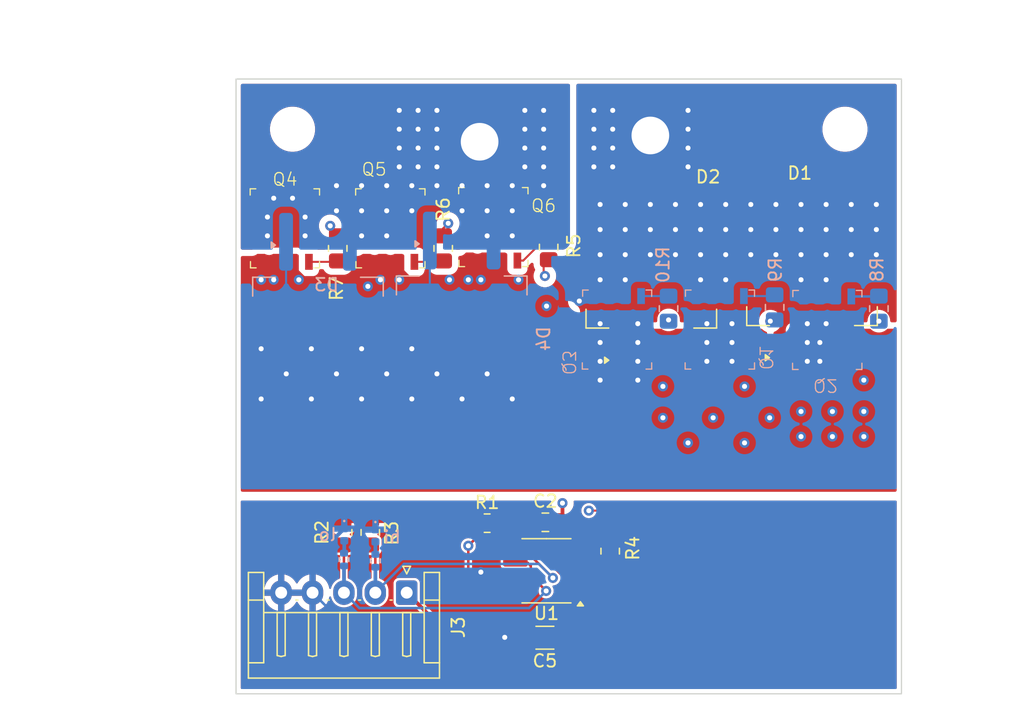
<source format=kicad_pcb>
(kicad_pcb
	(version 20240108)
	(generator "pcbnew")
	(generator_version "8.0")
	(general
		(thickness 1.6)
		(legacy_teardrops no)
	)
	(paper "A4")
	(layers
		(0 "F.Cu" signal)
		(1 "In1.Cu" signal)
		(2 "In2.Cu" signal)
		(31 "B.Cu" signal)
		(32 "B.Adhes" user "B.Adhesive")
		(33 "F.Adhes" user "F.Adhesive")
		(34 "B.Paste" user)
		(35 "F.Paste" user)
		(36 "B.SilkS" user "B.Silkscreen")
		(37 "F.SilkS" user "F.Silkscreen")
		(38 "B.Mask" user)
		(39 "F.Mask" user)
		(40 "Dwgs.User" user "User.Drawings")
		(41 "Cmts.User" user "User.Comments")
		(42 "Eco1.User" user "User.Eco1")
		(43 "Eco2.User" user "User.Eco2")
		(44 "Edge.Cuts" user)
		(45 "Margin" user)
		(46 "B.CrtYd" user "B.Courtyard")
		(47 "F.CrtYd" user "F.Courtyard")
		(48 "B.Fab" user)
		(49 "F.Fab" user)
		(50 "User.1" user)
		(51 "User.2" user)
		(52 "User.3" user)
		(53 "User.4" user)
		(54 "User.5" user)
		(55 "User.6" user)
		(56 "User.7" user)
		(57 "User.8" user)
		(58 "User.9" user)
	)
	(setup
		(stackup
			(layer "F.SilkS"
				(type "Top Silk Screen")
			)
			(layer "F.Paste"
				(type "Top Solder Paste")
			)
			(layer "F.Mask"
				(type "Top Solder Mask")
				(thickness 0.01)
			)
			(layer "F.Cu"
				(type "copper")
				(thickness 0.035)
			)
			(layer "dielectric 1"
				(type "prepreg")
				(thickness 0.1)
				(material "FR4")
				(epsilon_r 4.5)
				(loss_tangent 0.02)
			)
			(layer "In1.Cu"
				(type "copper")
				(thickness 0.035)
			)
			(layer "dielectric 2"
				(type "core")
				(thickness 1.24)
				(material "FR4")
				(epsilon_r 4.5)
				(loss_tangent 0.02)
			)
			(layer "In2.Cu"
				(type "copper")
				(thickness 0.035)
			)
			(layer "dielectric 3"
				(type "prepreg")
				(thickness 0.1)
				(material "FR4")
				(epsilon_r 4.5)
				(loss_tangent 0.02)
			)
			(layer "B.Cu"
				(type "copper")
				(thickness 0.035)
			)
			(layer "B.Mask"
				(type "Bottom Solder Mask")
				(thickness 0.01)
			)
			(layer "B.Paste"
				(type "Bottom Solder Paste")
			)
			(layer "B.SilkS"
				(type "Bottom Silk Screen")
			)
			(copper_finish "None")
			(dielectric_constraints no)
		)
		(pad_to_mask_clearance 0)
		(allow_soldermask_bridges_in_footprints no)
		(pcbplotparams
			(layerselection 0x00010fc_ffffffff)
			(plot_on_all_layers_selection 0x0000000_00000000)
			(disableapertmacros no)
			(usegerberextensions no)
			(usegerberattributes yes)
			(usegerberadvancedattributes yes)
			(creategerberjobfile yes)
			(dashed_line_dash_ratio 12.000000)
			(dashed_line_gap_ratio 3.000000)
			(svgprecision 4)
			(plotframeref no)
			(viasonmask no)
			(mode 1)
			(useauxorigin no)
			(hpglpennumber 1)
			(hpglpenspeed 20)
			(hpglpendiameter 15.000000)
			(pdf_front_fp_property_popups yes)
			(pdf_back_fp_property_popups yes)
			(dxfpolygonmode yes)
			(dxfimperialunits yes)
			(dxfusepcbnewfont yes)
			(psnegative no)
			(psa4output no)
			(plotreference yes)
			(plotvalue yes)
			(plotfptext yes)
			(plotinvisibletext no)
			(sketchpadsonfab no)
			(subtractmaskfromsilk no)
			(outputformat 1)
			(mirror no)
			(drillshape 1)
			(scaleselection 1)
			(outputdirectory "")
		)
	)
	(net 0 "")
	(net 1 "GND")
	(net 2 "/+VB")
	(net 3 "Net-(U1-HB)")
	(net 4 "/VDD_12V")
	(net 5 "/drv_hi")
	(net 6 "/drv_li")
	(net 7 "Net-(Q1-G)")
	(net 8 "Net-(Q2-G)")
	(net 9 "Net-(Q3-G)")
	(net 10 "Net-(Q4-G)")
	(net 11 "Net-(Q5-G)")
	(net 12 "Net-(Q6-G)")
	(net 13 "Net-(U1-LO)")
	(net 14 "Net-(U1-HO)")
	(net 15 "/hi")
	(net 16 "/lo")
	(net 17 "Net-(D5-A)")
	(net 18 "Net-(D6-A)")
	(footprint "footprints:pad-6mmx4mm" (layer "F.Cu") (at 144.6 125.7))
	(footprint "footprints:Diode_PowerDI5060-8" (layer "F.Cu") (at 107.8 109.9))
	(footprint "Package_TO_SOT_SMD:TO-263-2_TabPin1" (layer "F.Cu") (at 141.375 112.825 90))
	(footprint "Capacitor_SMD:C_0805_2012Metric_Pad1.18x1.45mm_HandSolder" (layer "F.Cu") (at 120.1375 133.33))
	(footprint "Package_SO:SOIC-8_3.9x4.9mm_P1.27mm" (layer "F.Cu") (at 120.225 137.195 180))
	(footprint "MountingHole:MountingHole_3.2mm_M3_ISO7380" (layer "F.Cu") (at 100 102))
	(footprint "Connector_JST:JST_EH_S5B-EH_1x05_P2.50mm_Horizontal" (layer "F.Cu") (at 109.093828 138.93806 180))
	(footprint "Resistor_SMD:R_0805_2012Metric_Pad1.20x1.40mm_HandSolder" (layer "F.Cu") (at 125.3 135.63 90))
	(footprint "Resistor_SMD:R_0805_2012Metric_Pad1.20x1.40mm_HandSolder" (layer "F.Cu") (at 112 111.5 -90))
	(footprint "Resistor_SMD:R_0805_2012Metric_Pad1.20x1.40mm_HandSolder" (layer "F.Cu") (at 120.4 111.4 90))
	(footprint "footprints:Diode_PowerDI5060-8" (layer "F.Cu") (at 99.4 109.9))
	(footprint "MountingHole:MountingHole_3.2mm_M3_ISO7380" (layer "F.Cu") (at 144 102))
	(footprint "Capacitor_SMD:C_1206_3216Metric_Pad1.33x1.80mm_HandSolder" (layer "F.Cu") (at 120.1 142.53 180))
	(footprint "Resistor_SMD:R_0805_2012Metric_Pad1.20x1.40mm_HandSolder" (layer "F.Cu") (at 103.993828 134.13806 90))
	(footprint "Resistor_SMD:R_0805_2012Metric_Pad1.20x1.40mm_HandSolder" (layer "F.Cu") (at 103.6 111.5 -90))
	(footprint "Resistor_SMD:R_0805_2012Metric_Pad1.20x1.40mm_HandSolder" (layer "F.Cu") (at 115.5 133.4))
	(footprint "footprints:Diode_PowerDI5060-8" (layer "F.Cu") (at 116.005 109.8))
	(footprint "Resistor_SMD:R_0805_2012Metric_Pad1.20x1.40mm_HandSolder" (layer "F.Cu") (at 106.193828 134.13806 90))
	(footprint "Package_TO_SOT_SMD:TO-263-2_TabPin1" (layer "F.Cu") (at 128.575 113.025 90))
	(footprint "Package_TO_SOT_SMD:TO-263-2_TabPin1" (layer "B.Cu") (at 113.475 118.525 -90))
	(footprint "Resistor_SMD:R_0805_2012Metric_Pad1.20x1.40mm_HandSolder" (layer "B.Cu") (at 146.7 116.3 90))
	(footprint "footprints:pad-6mmx4mm-TH" (layer "B.Cu") (at 128.5 102.5 -90))
	(footprint "LED_SMD:LED_0402_1005Metric" (layer "B.Cu") (at 106.6 134.4 -90))
	(footprint "Resistor_SMD:R_0402_1005Metric" (layer "B.Cu") (at 106.6 136.4 90))
	(footprint "footprints:Diode_PowerDI5060-8" (layer "B.Cu") (at 125.855 117.97))
	(footprint "LED_SMD:LED_0402_1005Metric" (layer "B.Cu") (at 104.1175 134.3175 -90))
	(footprint "Package_TO_SOT_SMD:TO-263-2_TabPin1" (layer "B.Cu") (at 102.025 118.625 -90))
	(footprint "Resistor_SMD:R_0805_2012Metric_Pad1.20x1.40mm_HandSolder" (layer "B.Cu") (at 129.95 116.3 90))
	(footprint "footprints:pad-6mmx4mm" (layer "B.Cu") (at 100.4 127.7 180))
	(footprint "Resistor_SMD:R_0805_2012Metric_Pad1.20x1.40mm_HandSolder" (layer "B.Cu") (at 138.4 116.2 90))
	(footprint "footprints:pad-6mmx4mm-TH" (layer "B.Cu") (at 114.9 103 -90))
	(footprint "Resistor_SMD:R_0402_1005Metric" (layer "B.Cu") (at 104.1 136.3 90))
	(footprint "footprints:Diode_PowerDI5060-8" (layer "B.Cu") (at 134.045 117.97))
	(footprint "footprints:Diode_PowerDI5060-8" (layer "B.Cu") (at 142.6 118))
	(gr_rect
		(start 120.5 128)
		(end 149.2 130.9)
		(stroke
			(width 0.15)
			(type solid)
		)
		(fill solid)
		(layer "B.Mask")
		(uuid "a5a7ebf7-3078-4688-95a2-6b8212302d60")
	)
	(gr_rect
		(start 94.1 124.7)
		(end 120.5 130.9)
		(stroke
			(width 0.15)
			(type solid)
		)
		(fill solid)
		(layer "B.Mask")
		(uuid "e820cd93-fb74-4d4b-a5d2-7702e92f8b12")
	)
	(gr_rect
		(start 86.4 125)
		(end 150.2 130.9)
		(stroke
			(width 0.15)
			(type solid)
		)
		(fill solid)
		(layer "F.Mask")
		(uuid "ef9f4107-ec83-4acf-8291-3f4376d7e796")
	)
	(gr_rect
		(start 95.5 98)
		(end 148.5 147)
		(stroke
			(width 0.1)
			(type default)
		)
		(fill none)
		(layer "Edge.Cuts")
		(uuid "b66bf702-33a2-4371-99f6-4192731714fb")
	)
	(gr_text "lo"
		(at 103.6 134.9 0)
		(layer "B.SilkS")
		(uuid "9cf81468-e3f9-4e0e-8e52-9e7b53c16b49")
		(effects
			(font
				(size 1 1)
				(thickness 0.15)
			)
			(justify left bottom mirror)
		)
	)
	(gr_text "hi"
		(at 108.717226 135.086274 0)
		(layer "B.SilkS")
		(uuid "bce3c33a-3387-47d5-9462-8ee75c4c9173")
		(effects
			(font
				(size 1 1)
				(thickness 0.15)
			)
			(justify left bottom mirror)
		)
	)
	(gr_text "coilgun\ncoil driver\nrev 1"
		(at 135.1 144.6 0)
		(layer "F.Mask")
		(uuid "135d7602-1230-42ac-95e2-590e4d0818ab")
		(effects
			(font
				(size 1.5 1.5)
				(thickness 0.3)
				(bold yes)
			)
			(justify left bottom)
		)
	)
	(dimension
		(type orthogonal)
		(layer "User.1")
		(uuid "41882823-fee8-4fb8-8fea-3b7a1c0c3c90")
		(pts
			(xy 148.5 98) (xy 148.5 147)
		)
		(height 6)
		(orientation 1)
		(gr_text "49.0000 mm"
			(at 153.35 122.5 90)
			(layer "User.1")
			(uuid "41882823-fee8-4fb8-8fea-3b7a1c0c3c90")
			(effects
				(font
					(size 1 1)
					(thickness 0.15)
				)
			)
		)
		(format
			(prefix "")
			(suffix "")
			(units 3)
			(units_format 1)
			(precision 4)
		)
		(style
			(thickness 0.15)
			(arrow_length 1.27)
			(text_position_mode 0)
			(extension_height 0.58642)
			(extension_offset 0.5) keep_text_aligned)
	)
	(dimension
		(type orthogonal)
		(layer "User.1")
		(uuid "d33f512e-dce0-4ab4-a8f3-6a3c7b713a2a")
		(pts
			(xy 95.5 98) (xy 148.5 98)
		)
		(height -4.3)
		(orientation 0)
		(gr_text "53.0000 mm"
			(at 122 92.55 0)
			(layer "User.1")
			(uuid "d33f512e-dce0-4ab4-a8f3-6a3c7b713a2a")
			(effects
				(font
					(size 1 1)
					(thickness 0.15)
				)
			)
		)
		(format
			(prefix "")
			(suffix "")
			(units 3)
			(units_format 1)
			(precision 4)
		)
		(style
			(thickness 0.15)
			(arrow_length 1.27)
			(text_position_mode 0)
			(extension_height 0.58642)
			(extension_offset 0.5) keep_text_aligned)
	)
	(segment
		(start 129.5 122.5)
		(end 129.29 122.5)
		(width 0.16)
		(layer "F.Cu")
		(net 1)
		(uuid "13611303-8853-4923-ba45-40618c5238d5")
	)
	(segment
		(start 98.5 113.905)
		(end 98.5 114)
		(width 0.16)
		(layer "F.Cu")
		(net 1)
		(uuid "139c7b00-ce3d-440d-aa99-cc2af31b8a97")
	)
	(segment
		(start 115.37 112.47)
		(end 115.37 113.63)
		(width 0.16)
		(layer "F.Cu")
		(net 1)
		(uuid "13c1279d-3e2c-4f2f-90a8-9296eec36c8e")
	)
	(segment
		(start 105.895 112.57)
		(end 105.895 112.9)
		(width 0.16)
		(layer "F.Cu")
		(net 1)
		(uuid "15def035-2cb7-401b-ac39-4cc80dc92b87")
	)
	(segment
		(start 116.64 116.76)
		(end 116 117.4)
		(width 0.16)
		(layer "F.Cu")
		(net 1)
		(uuid "1cc4e6d8-97d4-4b55-a158-9a87058b0e6c")
	)
	(segment
		(start 115.37 114.37)
		(end 115.37 116.77)
		(width 0.16)
		(layer "F.Cu")
		(net 1)
		(uuid "203d15ec-6b1a-4087-b144-e10081ae3ebe")
	)
	(segment
		(start 118.9774 142.0901)
		(end 118.9774 138.3774)
		(width 0.2)
		(layer "F.Cu")
		(net 1)
		(uuid "246d34ae-c70b-4a91-b303-118157f00b42")
	)
	(segment
		(start 118.9324 117.4)
		(end 120.2324 116.1)
		(width 0.16)
		(layer "F.Cu")
		(net 1)
		(uuid "24f117f4-c9d6-4313-9b95-db886a194e1a")
	)
	(segment
		(start 131.115 120.675)
		(end 129.5 122.29)
		(width 0.16)
		(layer "F.Cu")
		(net 1)
		(uuid "2512f352-459b-4419-b832-b48fdd16fdf0")
	)
	(segment
		(start 118.5375 142.53)
		(end 116.93 142.53)
		(width 0.2)
		(layer "F.Cu")
		(net 1)
		(uuid "3284b74c-30ff-4f5c-a27c-c5050039ab81")
	)
	(segment
		(start 114 114)
		(end 114.1 114.1)
		(width 0.16)
		(layer "F.Cu")
		(net 1)
		(uuid "34e900af-07e6-412f-8223-ae9b8ac5f47c")
	)
	(segment
		(start 115.37 116.77)
		(end 116 117.4)
		(width 0.16)
		(layer "F.Cu")
		(net 1)
		(uuid "377642b4-c0fb-4a50-8c0f-0e219331e271")
	)
	(segment
		(start 100.5 114)
		(end 100.5 114.305)
		(width 0.16)
		(layer "F.Cu")
		(net 1)
		(uuid "38dfe4c4-8a6a-4479-b708-1ce29ccb6af3")
	)
	(segment
		(start 112.935 117.4)
		(end 116 117.4)
		(width 0.16)
		(layer "F.Cu")
		(net 1)
		(uuid "3b3d4ebe-762a-4e18-9570-8d901f1e03f2")
	)
	(segment
		(start 103.993828 133.13806)
		(end 101.593828 135.53806)
		(width 0.3)
		(layer "F.Cu")
		(net 1)
		(uuid "3c8a4dbe-2e9a-4bbd-9c84-25f9e772de99")
	)
	(segment
		(start 114.1 114.1)
		(end 114.1 115.5)
		(width 0.16)
		(layer "F.Cu")
		(net 1)
		(uuid "3e962e4b-131b-4b41-b889-c7dacfde46aa")
	)
	(segment
		(start 108.5 114)
		(end 108.5 114.235)
		(width 0.16)
		(layer "F.Cu")
		(net 1)
		(uuid "4603197f-d68a-4bbc-b944-b9ea9ace446c")
	)
	(segment
		(start 106.995 114)
		(end 107 114)
		(width 0.16)
		(layer "F.Cu")
		(net 1)
		(uuid "4cce46ab-7add-45a2-b71a-d269ada9ff93")
	)
	(segment
		(start 101.995 117.4)
		(end 116 117.4)
		(width 0.16)
		(layer "F.Cu")
		(net 1)
		(uuid "50b63453-3534-46eb-95ef-ccec1acfcd9f")
	)
	(segment
		(start 107 114)
		(end 107 114.005)
		(width 0.16)
		(layer "F.Cu")
		(net 1)
		(uuid "568bb4b4-8a25-4c45-a32d-6db7c3b08fda")
	)
	(segment
		(start 122.155 123.555)
		(end 116 117.4)
		(width 0.16)
		(layer "F.Cu")
		(net 1)
		(uuid "5771ecc2-f720-45c1-8794-730e6644b554")
	)
	(segment
		(start 129.5 122.29)
		(end 129.5 122.5)
		(width 0.16)
		(layer "F.Cu")
		(net 1)
		(uuid "5a4d8d7b-bc9b-44de-aaa7-36fc334ce50f")
	)
	(segment
		(start 98.765 112.57)
		(end 100.195 114)
		(width 0.16)
		(layer "F.Cu")
		(net 1)
		(uuid "5e928003-0eaa-4dad-8e6e-2314cc1bc6c0")
	)
	(segment
		(start 118.9774 138.3774)
		(end 118.43 137.83)
		(width 0.2)
		(layer "F.Cu")
		(net 1)
		(uuid "5eb3ff98-cb5a-41b1-9001-eff5841d8798")
	)
	(segment
		(start 105.895 112.57)
		(end 105.895 114.42)
		(width 0.16)
		(layer "F.Cu")
		(net 1)
		(uuid "6122f052-21c3-4305-86d5-cdaca03fb520")
	)
	(segment
		(start 100.195 114)
		(end 100.5 114)
		(width 0.16)
		(layer "F.Cu")
		(net 1)
		(uuid "61dc85cf-86e6-4b2f-aaab-defcce6f015e")
	)
	(segment
		(start 115.53 137.83)
		(end 117.75 137.83)
		(width 0.2)
		(layer "F.Cu")
		(net 1)
		(uuid "6a76df19-b353-471b-98b9-11b63941d557")
	)
	(segment
		(start 143.915 120.475)
		(end 140.835 123.555)
		(width 0.16)
		(layer "F.Cu")
		(net 1)
		(uuid "6e63756b-dbaa-48f6-9853-be29b3c97c62")
	)
	(segment
		(start 108.5 114.235)
		(end 111.665 117.4)
		(width 0.16)
		(layer "F.Cu")
		(net 1)
		(uuid "6f19f77d-b104-4a68-a154-ba5fbd779b97")
	)
	(segment
		(start 108.435 112.57)
		(end 108.435 112.9)
		(width 0.16)
		(layer "F.Cu")
		(net 1)
		(uuid "706e1dab-507e-48e4-ad6f-4f3ed88d2311")
	)
	(segment
		(start 105.895 114.42)
		(end 106 114.525)
		(width 0.16)
		(layer "F.Cu")
		(net 1)
		(uuid "70893c4e-c381-462c-8dfd-7bd5de7294a8")
	)
	(segment
		(start 105.895 112.9)
		(end 106.995 114)
		(width 0.16)
		(layer "F.Cu")
		(net 1)
		(uuid "73426d1c-e380-4fac-9f11-dd2ad99c9290")
	)
	(segment
		(start 100.5 114.305)
		(end 103.595 117.4)
		(width 0.16)
		(layer "F.Cu")
		(net 1)
		(uuid "755f7832-902a-48e2-974a-c03d25e00d0b")
	)
	(segment
		(start 115.37 113.63)
		(end 115 114)
		(width 0.16)
		(layer "F.Cu")
		(net 1)
		(uuid "76724ac4-dd65-44d6-9762-1fd5cd5a4c70")
	)
	(segment
		(start 97.495 112.9)
		(end 98.5 113.905)
		(width 0.16)
		(layer "F.Cu")
		(net 1)
		(uuid "7d0ef1c3-e397-4c36-82c7-e4f3f59c6e29")
	)
	(segment
		(start 97.495 112.57)
		(end 97.495 112.9)
		(width 0.16)
		(layer "F.Cu")
		(net 1)
		(uuid "813587df-9686-42c8-a69d-3c3cc32119bc")
	)
	(segment
		(start 143.915 125.015)
		(end 144.6 125.7)
		(width 0.16)
		(layer "F.Cu")
		(net 1)
		(uuid "863e45e2-6d54-4e75-9c86-20e339718294")
	)
	(segment
		(start 100.035 112.9)
		(end 104.535 117.4)
		(width 0.16)
		(layer "F.Cu")
		(net 1)
		(uuid "88d26c11-92cc-4f19-b755-8970c76f10e0")
	)
	(segment
		(start 108.265 114)
		(end 108.5 114)
		(width 0.16)
		(layer "F.Cu")
		(net 1)
		(uuid "8beaa875-a36c-4093-8b97-588b86cf022b")
	)
	(segment
		(start 114.1 112.47)
		(end 114.1 113.9)
		(width 0.16)
		(layer "F.Cu")
		(net 1)
		(uuid "8c91c3ab-8bcd-4fb2-b702-2d300830d9fd")
	)
	(segment
		(start 116.64 112.47)
		(end 116.64 116.76)
		(width 0.16)
		(layer "F.Cu")
		(net 1)
		(uuid "8e986e76-ccf4-48b3-9685-0ce293041066")
	)
	(segment
		(start 143.915 120.475)
		(end 143.915 125.015)
		(width 0.16)
		(layer "F.Cu")
		(net 1)
		(uuid "8fb78900-d7ff-486f-936b-48ee3665ec77")
	)
	(segment
		(start 116.93 142.53)
		(end 116.9 142.5)
		(width 0.2)
		(layer "F.Cu")
		(net 1)
		(uuid "909b32f3-94b5-4111-908c-0e9604704552")
	)
	(segment
		(start 114.1 115.5)
		(end 116 117.4)
		(width 0.16)
		(layer "F.Cu")
		(net 1)
		(uuid "9170eac1-a41e-47ca-8c7c-4f3f0c29331c")
	)
	(segment
		(start 116.5 133.4)
		(end 116.5 135.8)
		(width 0.2)
		(layer "F.Cu")
		(net 1)
		(uuid "94b7d700-0ea3-4c90-a409-892235c9e649")
	)
	(segment
		(start 116.5 135.8)
		(end 115 137.3)
		(width 0.2)
		(layer "F.Cu")
		(net 1)
		(uuid "975c7699-d163-4341-9bec-e1a9c15570c6")
	)
	(segment
		(start 106.193828 133.13806)
		(end 103.993828 133.13806)
		(width 0.3)
		(layer "F.Cu")
		(net 1)
		(uuid "99216b57-f086-46b9-a909-0779df5c0baa")
	)
	(segment
		(start 118.5375 142.53)
		(end 118.9774 142.0901)
		(width 0.2)
		(layer "F.Cu")
		(net 1)
		(uuid "9bcb6b36-253f-4afa-be71-053a3f653ea2")
	)
	(segment
		(start 107 114.005)
		(end 110.395 117.4)
		(width 0.16)
		(layer "F.Cu")
		(net 1)
		(uuid "a01ca6b3-74ba-436d-a968-13c55f0d2f0e")
	)
	(segment
		(start 108.435 112.9)
		(end 112.935 117.4)
		(width 0.16)
		(layer "F.Cu")
		(net 1)
		(uuid "aa66413c-0587-49d0-a7fe-c85851e28797")
	)
	(segment
		(start 98.595 114)
		(end 101.995 117.4)
		(width 0.16)
		(layer "F.Cu")
		(net 1)
		(uuid "ae659f7f-ab3a-4f7f-b14c-331320e6344c")
	)
	(segment
		(start 129.29 122.5)
		(end 128.235 123.555)
		(width 0.16)
		(layer "F.Cu")
		(net 1)
		(uuid "afcdd357-1c52-4e0f-bafa-c736ab75ea6f")
	)
	(segment
		(start 103.595 117.4)
		(end 116 117.4)
		(width 0.16)
		(layer "F.Cu")
		(net 1)
		(uuid "b0b0d7b7-1db8-40e4-a6e6-1d04f31b6886")
	)
	(segment
		(start 104.535 117.4)
		(end 116 117.4)
		(width 0.16)
		(layer "F.Cu")
		(net 1)
		(uuid "b0ce6156-ad76-4c0a-ad7c-e5beb641b17b")
	)
	(segment
		(start 107.165 112.57)
		(end 107.165 112.9)
		(width 0.16)
		(layer "F.Cu")
		(net 1)
		(uuid "b195ed35-95b1-4221-99f6-01214558f3a7")
	)
	(segment
		(start 111.665 117.4)
		(end 116 117.4)
		(width 0.16)
		(layer "F.Cu")
		(net 1)
		(uuid "b5949514-e976-483c-bdc0-a096f768601f")
	)
	(segment
		(start 101.593828 135.53806)
		(end 101.593828 138.93806)
		(width 0.3)
		(layer "F.Cu")
		(net 1)
		(uuid "b92770f4-0b0b-4f37-b0d5-f74efa40c0d2")
	)
	(segment
		(start 100.035 112.57)
		(end 100.035 112.9)
		(width 0.16)
		(layer "F.Cu")
		(net 1)
		(uuid "ba00cd6c-778c-48a2-89df-b60ee03d01a3")
	)
	(segment
		(start 140.835 123.555)
		(end 122.155 123.555)
		(width 0.16)
		(layer "F.Cu")
		(net 1)
		(uuid "cc45d032-9b24-48c0-9862-4f837fc01d9a")
	)
	(segment
		(start 115 137.3)
		(end 115.53 137.83)
		(width 0.2)
		(layer "F.Cu")
		(net 1)
		(uuid "cef1e5a0-8788-4a07-b177-fa9955744616")
	)
	(segment
		(start 107.165 112.9)
		(end 108.265 114)
		(width 0.16)
		(layer "F.Cu")
		(net 1)
		(uuid "d2e2a268-2d05-42fe-a345-3c97a0ea139f")
	)
	(segment
		(start 110.395 117.4)
		(end 116 117.4)
		(width 0.16)
		(layer "F.Cu")
		(net 1)
		(uuid "d8a547d1-6217-47f5-a91b-99aeebb0a10d")
	)
	(segment
		(start 98.5 114)
		(end 98.595 114)
		(width 0.16)
		(layer "F.Cu")
		(net 1)
		(uuid "e48afb58-2d60-4f9e-8d80-2439228a3272")
	)
	(segment
		(start 115 114)
		(end 115.37 114.37)
		(width 0.16)
		(layer "F.Cu")
		(net 1)
		(uuid "e958ccbc-01d3-4476-b9d3-6cf4148300b4")
	)
	(segment
		(start 128.235 123.555)
		(end 122.155 123.555)
		(width 0.16)
		(layer "F.Cu")
		(net 1)
		(uuid "f7c52321-3ca4-4620-9eec-ea47d9402647")
	)
	(segment
		(start 116 117.4)
		(end 118.9324 117.4)
		(width 0.16)
		(layer "F.Cu")
		(net 1)
		(uuid "f8545c32-c02a-453c-9f6b-3dcd1ce55ee7")
	)
	(segment
		(start 118.43 137.83)
		(end 117.75 137.83)
		(width 0.2)
		(layer "F.Cu")
		(net 1)
		(uuid "fa0659bb-3a2e-4037-80f9-b269d906eecd")
	)
	(segment
		(start 114.1 113.9)
		(end 114 114)
		(width 0.16)
		(layer "F.Cu")
		(net 1)
		(uuid "ff91d05d-6d9c-425e-880c-a8b8f455702b")
	)
	(via
		(at 120.2324 116.1)
		(size 0.8)
		(drill 0.4)
		(layers "F.Cu" "B.Cu")
		(net 1)
		(uuid "0605b371-ef7b-491f-9100-6b7b1a86910a")
	)
	(via
		(at 140.5 126.5)
		(size 0.8)
		(drill 0.4)
		(layers "F.Cu" "B.Cu")
		(free yes)
		(net 1)
		(uuid "0f9cad01-5d27-4bda-974c-5450de336517")
	)
	(via
		(at 140.5 124.5)
		(size 0.8)
		(drill 0.4)
		(layers "F.Cu" "B.Cu")
		(free yes)
		(net 1)
		(uuid "14987615-ae53-4b01-bc2c-c59799d15c8b")
	)
	(via
		(at 115 137.3)
		(size 0.8)
		(drill 0.4)
		(layers "F.Cu" "B.Cu")
		(net 1)
		(uuid "1559b177-fd3d-45a1-a75c-8bbe61609aa6")
	)
	(via
		(at 115 114)
		(size 0.8)
		(drill 0.4)
		(layers "F.Cu" "B.Cu")
		(net 1)
		(uuid "15fc7ed9-11d1-4356-ac07-f693f106fc1c")
	)
	(via
		(at 129.5 122.5)
		(size 0.8)
		(drill 0.4)
		(layers "F.Cu" "B.Cu")
		(net 1)
		(uuid "1dfeee57-697d-4b94-8142-167185126454")
	)
	(via
		(at 97.5 114)
		(size 0.8)
		(drill 0.4)
		(layers "F.Cu" "B.Cu")
		(free yes)
		(net 1)
		(uuid "22de5fc5-60ec-403b-8eba-7d175b0d1be9")
	)
	(via
		(at 114 114)
		(size 0.8)
		(drill 0.4)
		(layers "F.Cu" "B.Cu")
		(net 1)
		(uuid "4745a652-bdfe-4e5f-a1c6-6150de964973")
	)
	(via
		(at 145.5 126.5)
		(size 0.8)
		(drill 0.4)
		(layers "F.Cu" "B.Cu")
		(net 1)
		(uuid "479182e9-d3a3-4dc1-852a-e4234877763f")
	)
	(via
		(at 100.5 114)
		(size 0.8)
		(drill 0.4)
		(layers "F.Cu" "B.Cu")
		(net 1)
		(uuid "57dd1f35-ae49-40ba-85ef-5a5f81013262")
	)
	(via
		(at 116.9 142.5)
		(size 0.8)
		(drill 0.4)
		(layers "F.Cu" "B.Cu")
		(net 1)
		(uuid "6461a083-5d8e-43f1-898d-0f3f5de170f7")
	)
	(via
		(at 118 114)
		(size 0.8)
		(drill 0.4)
		(layers "F.Cu" "B.Cu")
		(free yes)
		(net 1)
		(uuid "71b6dbc1-0dc1-424e-a249-36026089a56a")
	)
	(via
		(at 138 125)
		(size 0.8)
		(drill 0.4)
		(layers "F.Cu" "B.Cu")
		(free yes)
		(net 1)
		(uuid "83602e6a-2e15-4d71-9fff-c0aedca55b5b")
	)
	(via
		(at 145.5 124.5)
		(size 0.8)
		(drill 0.4)
		(layers "F.Cu" "B.Cu")
		(net 1)
		(uuid "83e34d25-c12c-4d1b-81f1-783d1c154acc")
	)
	(via
		(at 143 126.5)
		(size 0.8)
		(drill 0.4)
		(layers "F.Cu" "B.Cu")
		(net 1)
		(uuid "95f192dc-3b02-4610-8aaf-6a9e1f628210")
	)
	(via
		(at 112.5 114)
		(size 0.8)
		(drill 0.4)
		(layers "F.Cu" "B.Cu")
		(free yes)
		(net 1)
		(uuid "97ca2e7f-eb0d-4bf9-8b79-c1a76bbff277")
	)
	(via
		(at 145.5 122)
		(size 0.8)
		(drill 0.4)
		(layers "F.Cu" "B.Cu")
		(free yes)
		(net 1)
		(uuid "9a03173c-f6fe-452d-88c6-0354da410740")
	)
	(via
		(at 136 122.5)
		(size 0.8)
		(drill 0.4)
		(layers "F.Cu" "B.Cu")
		(free yes)
		(net 1)
		(uuid "a0a23fd4-6e71-4cac-8405-f0479db6fb52")
	)
	(via
		(at 107 114)
		(size 0.8)
		(drill 0.4)
		(layers "F.Cu" "B.Cu")
		(net 1)
		(uuid "a6c7ebe8-0e9e-48d6-8173-31a6f0c0c0e0")
	)
	(via
		(at 129.5 125)
		(size 0.8)
		(drill 0.4)
		(layers "F.Cu" "B.Cu")
		(free yes)
		(net 1)
		(uuid "b20667af-efbf-4019-b669-c6322d60f8c8")
	)
	(via
		(at 143 124.5)
		(size 0.8)
		(drill 0.4)
		(layers "F.Cu" "B.Cu")
		(net 1)
		(uuid "c10c9828-32fe-464f-bf96-4f234f1629fe")
	)
	(via
		(at 131.5 127)
		(size 0.8)
		(drill 0.4)
		(layers "F.Cu" "B.Cu")
		(free yes)
		(net 1)
		(uuid "d678d701-aaf9-4d52-b642-b96896d43dd1")
	)
	(via
		(at 98.5 114)
		(size 0.8)
		(drill 0.4)
		(layers "F.Cu" "B.Cu")
		(net 1)
		(uuid "d89ddbbd-dfcf-4c6c-964f-163eff8e7443")
	)
	(via
		(at 108.5 114)
		(size 0.8)
		(drill 0.4)
		(layers "F.Cu" "B.Cu")
		(net 1)
		(uuid "de0291e2-5737-4ae3-b05b-c64dd0100296")
	)
	(via
		(at 133.5 125)
		(size 0.8)
		(drill 0.4)
		(layers "F.Cu" "B.Cu")
		(free yes)
		(net 1)
		(uuid "f11d0365-a67c-4a71-a7c7-a2d5773999c3")
	)
	(via
		(at 136 127)
		(size 0.8)
		(drill 0.4)
		(layers "F.Cu" "B.Cu")
		(free yes)
		(net 1)
		(uuid "f75b20ca-c2c5-455f-8345-6236bfd61106")
	)
	(via
		(at 106 114.525)
		(size 0.8)
		(drill 0.4)
		(layers "F.Cu" "B.Cu")
		(net 1)
		(uuid "fc8983e2-311e-422f-9264-721fc8f53c67")
	)
	(segment
		(start 120.136677 121.400019)
		(end 120.136677 116.195723)
		(width 0.16)
		(layer "In1.Cu")
		(net 1)
		(uuid "1802ee12-e687-4710-890b-7e9835323c10")
	)
	(segment
		(start 120.136677 116.195723)
		(end 120.2324 116.1)
		(width 0.16)
		(layer "In1.Cu")
		(net 1)
		(uuid "1fe72175-0c17-460d-9719-a77aebbcc618")
	)
	(segment
		(start 115 134.5)
		(end 115 137.3)
		(width 0.2)
		(layer "In1.Cu")
		(net 1)
		(uuid "2a2340fa-9050-4f32-8992-ad0bd9dda0a2")
	)
	(segment
		(start 115.5 134)
		(end 115 134.5)
		(width 0.2)
		(layer "In1.Cu")
		(net 1)
		(uuid "56eb2110-949e-44db-8c71-2d2872a4d617")
	)
	(segment
		(start 120.136677 129.363323)
		(end 115.5 134)
		(width 0.2)
		(layer "In1.Cu")
		(net 1)
		(uuid "9eb79e3a-3ed7-4ac6-a75a-33e398f81505")
	)
	(segment
		(start 120.136677 121.400019)
		(end 120.136677 129.363323)
		(width 0.2)
		(layer "In1.Cu")
		(net 1)
		(uuid "c3601bc8-02b1-4d40-9636-3d1d03f4f6a4")
	)
	(segment
		(start 105.155768 142.5)
		(end 101.593828 138.93806)
		(width 0.2)
		(layer "B.Cu")
		(net 1)
		(uuid "081a1a2f-d450-4b8a-8f19-56a38d97d333")
	)
	(segment
		(start 106.6 133.915)
		(end 104.2 133.915)
		(width 0.3)
		(layer "B.Cu")
		(net 1)
		(uuid "2521a7dd-e82d-4833-8117-5374481dd34f")
	)
	(segment
		(start 104.1175 133.8325)
		(end 101.593828 136.356172)
		(width 0.3)
		(layer "B.Cu")
		(net 1)
		(uuid "4c62c6db-ea4b-41e1-a24b-b46f8d20325b")
	)
	(segment
		(start 104.2 133.915)
		(end 104.1175 133.8325)
		(width 0.3)
		(layer "B.Cu")
		(net 1)
		(uuid "a2b6f388-7f2a-4a8a-b8d5-3c1091b1064e")
	)
	(segment
		(start 116.9 142.5)
		(end 105.155768 142.5)
		(width 0.2)
		(layer "B.Cu")
		(net 1)
		(uuid "b6cc644a-f653-4394-84d1-b583da89cf3d")
	)
	(segment
		(start 101.593828 136.356172)
		(end 101.593828 138.93806)
		(width 0.3)
		(layer "B.Cu")
		(net 1)
		(uuid "ed616b27-750b-4d52-9ed2-3b14975712a9")
	)
	(via
		(at 124.5 117.5)
		(size 0.8)
		(drill 0.4)
		(layers "F.Cu" "B.Cu")
		(net 2)
		(uuid "04162a65-8a9b-4938-9c9d-a400a2434728")
	)
	(via
		(at 141 117.5)
		(size 0.8)
		(drill 0.4)
		(layers "F.Cu" "B.Cu")
		(net 2)
		(uuid "09c2c468-ab9d-4e76-a96b-0b44b9f2680d")
	)
	(via
		(at 111.5 121.5)
		(size 0.8)
		(drill 0.4)
		(layers "F.Cu" "B.Cu")
		(net 2)
		(uuid "0f39c68c-8225-4d2b-a9ca-c0913f7363fc")
	)
	(via
		(at 142 119)
		(size 0.8)
		(drill 0.4)
		(layers "F.Cu" "B.Cu")
		(net 2)
		(uuid "1651978d-4077-4660-bb32-2146f9810569")
	)
	(via
		(at 101.5 119.5)
		(size 0.8)
		(drill 0.4)
		(layers "F.Cu" "B.Cu")
		(net 2)
		(uuid "1cae8d0a-8615-4b44-a56f-c41f2ff55c27")
	)
	(via
		(at 142 120.5)
		(size 0.8)
		(drill 0.4)
		(layers "F.Cu" "B.Cu")
		(net 2)
		(uuid "22203710-66fa-4f31-a031-c6aa5683b84a")
	)
	(via
		(at 117.5 123.5)
		(size 0.8)
		(drill 0.4)
		(layers "F.Cu" "B.Cu")
		(net 2)
		(uuid "2c018332-e713-426a-ac8b-d34e43b3e785")
	)
	(via
		(at 124.5 122)
		(size 0.8)
		(drill 0.4)
		(layers "F.Cu" "B.Cu")
		(net 2)
		(uuid "3650a4cf-89ca-4a51-9efc-67fda9ef693c")
	)
	(via
		(at 109.5 119.5)
		(size 0.8)
		(drill 0.4)
		(layers "F.Cu" "B.Cu")
		(net 2)
		(uuid "3f7cefe3-9d72-4661-adfc-ef8dc90ed8c3")
	)
	(via
		(at 141 119)
		(size 0.8)
		(drill 0.4)
		(layers "F.Cu" "B.Cu")
		(net 2)
		(uuid "3fc04174-a99c-4cea-a444-855d6098e191")
	)
	(via
		(at 133 120.5)
		(size 0.8)
		(drill 0.4)
		(layers "F.Cu" "B.Cu")
		(net 2)
		(uuid "483d8f8b-3e52-4886-aac6-093941202bf2")
	)
	(via
		(at 113.5 123.5)
		(size 0.8)
		(drill 0.4)
		(layers "F.Cu" "B.Cu")
		(net 2)
		(uuid "5b1358d2-0ebc-47a6-8173-b85e24ad0cd2")
	)
	(via
		(at 109.5 123.5)
		(size 0.8)
		(drill 0.4)
		(layers "F.Cu" "B.Cu")
		(net 2)
		(uuid "6379a3df-fc21-4057-92bb-aa6bc3ae0a4b")
	)
	(via
		(at 127.5 117.5)
		(size 0.8)
		(drill 0.4)
		(layers "F.Cu" "B.Cu")
		(net 2)
		(uuid "63a62293-f9b6-4e67-ab0a-836f7dd331f9")
	)
	(via
		(at 133 119)
		(size 0.8)
		(drill 0.4)
		(layers "F.Cu" "B.Cu")
		(net 2)
		(uuid "69d0f696-0367-4f91-8e97-1363a7daf20f")
	)
	(via
		(at 124.5 119)
		(size 0.8)
		(drill 0.4)
		(layers "F.Cu" "B.Cu")
		(net 2)
		(uuid "71876efe-2929-4bbc-9885-d337e3480c66")
	)
	(via
		(at 105.5 119.5)
		(size 0.8)
		(drill 0.4)
		(layers "F.Cu" "B.Cu")
		(net 2)
		(uuid "7b586c99-f047-41a6-b75a-5a174eb49dc0")
	)
	(via
		(at 99.5 121.5)
		(size 0.8)
		(drill 0.4)
		(layers "F.Cu" "B.Cu")
		(net 2)
		(uuid "7b59b4e9-371c-418a-9a37-183b546a914a")
	)
	(via
		(at 107.5 121.5)
		(size 0.8)
		(drill 0.4)
		(layers "F.Cu" "B.Cu")
		(free yes)
		(net 2)
		(uuid "8ec2183e-212f-45b0-82dc-6295558a4c92")
	)
	(via
		(at 141 120.5)
		(size 0.8)
		(drill 0.4)
		(layers "F.Cu" "B.Cu")
		(net 2)
		(uuid "96e72ca5-d2e3-4fbf-bd5e-3c255624477d")
	)
	(via
		(at 105.5 123.5)
		(size 0.8)
		(drill 0.4)
		(layers "F.Cu" "B.Cu")
		(net 2)
		(uuid "9b6f9c53-7479-4759-9f37-5f836a916b10")
	)
	(via
		(at 135 117.5)
		(size 0.8)
		(drill 0.4)
		(layers "F.Cu" "B.Cu")
		(net 2)
		(uuid "a3015784-44a4-4d53-a272-77d872e0293f")
	)
	(via
		(at 133 117.5)
		(size 0.8)
		(drill 0.4)
		(layers "F.Cu" "B.Cu")
		(net 2)
		(uuid "b6521497-b701-4c2d-8e0d-cb941715e343")
	)
	(via
		(at 101.5 123.5)
		(size 0.8)
		(drill 0.4)
		(layers "F.Cu" "B.Cu")
		(net 2)
		(uuid "ba76730a-17f2-49dd-ac4b-6d5c20d47fc2")
	)
	(via
		(at 124.5 120.5)
		(size 0.8)
		(drill 0.4)
		(layers "F.Cu" "B.Cu")
		(net 2)
		(uuid "bb48d2bd-dbbd-472d-ace8-27b11ef091cc")
	)
	(via
		(at 127.5 120.5)
		(size 0.8)
		(drill 0.4)
		(layers "F.Cu" "B.Cu")
		(net 2)
		(uuid "be45c595-0602-4734-b954-dded48db9f5b")
	)
	(via
		(at 127.5 119)
		(size 0.8)
		(drill 0.4)
		(layers "F.Cu" "B.Cu")
		(net 2)
		(uuid "c1b1e7cd-6c31-4cb0-bb1e-84c51846a1c2")
	)
	(via
		(at 142.5 117.5)
		(size 0.8)
		(drill 0.4)
		(layers "F.Cu" "B.Cu")
		(net 2)
		(uuid "c50fe500-3a3d-41b2-a202-6e229c483735")
	)
	(via
		(at 135 120.5)
		(size 0.8)
		(drill 0.4)
		(layers "F.Cu" "B.Cu")
		(net 2)
		(uuid "c7a005cc-8fa6-4c25-82bc-534d3b94b9c0")
	)
	(via
		(at 135 119)
		(size 0.8)
		(drill 0.4)
		(layers "F.Cu" "B.Cu")
		(net 2)
		(uuid "d0051b8b-924c-4bd9-a4ba-cf2936abfb5b")
	)
	(via
		(at 127.5 122)
		(size 0.8)
		(drill 0.4)
		(layers "F.Cu" "B.Cu")
		(net 2)
		(uuid "d083ba9f-a0c2-4bae-a5d9-715d44426fd2")
	)
	(via
		(at 97.5 123.5)
		(size 0.8)
		(drill 0.4)
		(layers "F.Cu" "B.Cu")
		(net 2)
		(uuid "df53e3c8-74c7-4d3b-bbd2-5f0747c970fc")
	)
	(via
		(at 115.5 121.5)
		(size 0.8)
		(drill 0.4)
		(layers "F.Cu" "B.Cu")
		(net 2)
		(uuid "e6f7cfd5-942d-4142-a348-493e5dcda71c")
	)
	(via
		(at 103.5 121.5)
		(size 0.8)
		(drill 0.4)
		(layers "F.Cu" "B.Cu")
		(net 2)
		(uuid "f4527b96-6518-4f6b-b87d-a9921794bdef")
	)
	(via
		(at 97.5 119.5)
		(size 0.8)
		(drill 0.4)
		(layers "F.Cu" "B.Cu")
		(net 2)
		(uuid "f68147f2-8722-4246-91f5-9d6c9a3846a2")
	)
	(segment
		(start 110.935 110.875)
		(end 110.935 117.485)
		(width 0.16)
		(layer "B.Cu")
		(net 2)
		(uuid "0a423494-2430-4766-886f-1a51a7c8a7c9")
	)
	(segment
		(start 141.015 119)
		(end 141 119)
		(width 0.16)
		(layer "B.Cu")
		(net 2)
		(uuid "0ad9d764-f171-42d3-a94d-463e6b52f805")
	)
	(segment
		(start 101.4 119.5)
		(end 101.5 119.5)
		(width 0.16)
		(layer "B.Cu")
		(net 2)
		(uuid "124b7d56-928b-4271-9249-b70a44099589")
	)
	(segment
		(start 112 121.5)
		(end 111.5 121.5)
		(width 0.16)
		(layer "B.Cu")
		(net 2)
		(uuid "13223367-ae76-4894-be32-cf09f2863e01")
	)
	(segment
		(start 136.015 124)
		(end 125.45 124)
		(width 0.16)
		(layer "B.Cu")
		(net 2)
		(uuid "19ffca9c-059f-4464-ae70-dc11f79fff10")
	)
	(segment
		(start 99.485 110.975)
		(end 99.485 117.585)
		(width 0.16)
		(layer "B.Cu")
		(net 2)
		(uuid "27e187aa-5a5c-4284-8617-57b3a07d41a0")
	)
	(segment
		(start 101.5 119.5)
		(end 101.5 119.6)
		(width 0.16)
		(layer "B.Cu")
		(net 2)
		(uuid "3494fcf7-3540-43a8-b828-607ca416dafa")
	)
	(segment
		(start 127.5 122)
		(end 127.45 122)
		(width 0.16)
		(layer "B.Cu")
		(net 2)
		(uuid "3a0fa435-8387-4ea8-b1e8-1c7be06823b6")
	)
	(segment
		(start 104.4 124)
		(end 99 129.4)
		(width 0.16)
		(layer "B.Cu")
		(net 2)
		(uuid "41aed241-2f85-44f1-be48-78b7a185ac06")
	)
	(segment
		(start 102.025 121.475)
		(end 102 121.5)
		(width 0.16)
		(layer "B.Cu")
		(net 2)
		(uuid "47aa734f-ae3b-40a9-9eb2-6bfd2708941b")
	)
	(segment
		(start 125.855 117.97)
		(end 125.45 118.375)
		(width 0.16)
		(layer "B.Cu")
		(net 2)
		(uuid "48412d6c-fd8e-4718-aa4c-563ed7e052e9")
	)
	(segment
		(start 133 117.5)
		(end 131.48 117.97)
		(width 0.16)
		(layer "B.Cu")
		(net 2)
		(uuid "501dd3b5-4765-42f4-a29d-818eedff87a2")
	)
	(segment
		(start 131.48 117.97)
		(end 127.5 121.95)
		(width 0.16)
		(layer "B.Cu")
		(net 2)
		(uuid "5528c1fc-ac30-4f71-8bb6-91cfae28a03c")
	)
	(segment
		(start 141 119)
		(end 141 119.015)
		(width 0.16)
		(layer "B.Cu")
		(net 2)
		(uuid "57ba9433-ddce-46f5-b415-ba70c59253f1")
	)
	(segment
		(start 113.475 120.025)
		(end 112 121.5)
		(width 0.16)
		(layer "B.Cu")
		(net 2)
		(uuid "59b8c78e-be2c-4dfb-8d5f-6ac5fede0c0e")
	)
	(segment
		(start 141 119.015)
		(end 136.015 124)
		(width 0.16)
		(layer "B.Cu")
		(net 2)
		(uuid "5cabf597-0638-4e9b-862f-f7cec49e7749")
	)
	(segment
		(start 102.025 120.125)
		(end 102.025 121.475)
		(width 0.16)
		(layer "B.Cu")
		(net 2)
		(uuid "5ddebc6e-b992-412d-9774-504b7c310b15")
	)
	(segment
		(start 142.045 117.97)
		(end 141.015 119)
		(width 0.16)
		(layer "B.Cu")
		(net 2)
		(uuid "608130fe-c465-450a-9764-f414c7c218a8")
	)
	(segment
		(start 109.5 123.5)
		(end 109.5 124)
		(width 0.16)
		(layer "B.Cu")
		(net 2)
		(uuid "640dabc3-3c35-447b-8fb2-0f30849b50a6")
	)
	(segment
		(start 125.45 118.375)
		(end 125.45 124)
		(width 0.16)
		(layer "B.Cu")
		(net 2)
		(uuid "69810aa2-4c97-4e25-8db3-5c208b33b33c")
	)
	(segment
		(start 134 117.5)
		(end 133 117.5)
		(width 0.16)
		(layer "B.Cu")
		(net 2)
		(uuid "6eaf7221-a730-43d5-b00b-598731bbd446")
	)
	(segment
		(start 127.5 121.95)
		(end 127.5 122)
		(width 0.16)
		(layer "B.Cu")
		(net 2)
		(uuid "75b4c926-60c6-41c7-9aa8-c0fe3704011e")
	)
	(segment
		(start 102.025 121.525)
		(end 102.025 126.375)
		(width 0.16)
		(layer "B.Cu")
		(net 2)
		(uuid "8b35fc06-5369-4754-95bc-9ed7aec30979")
	)
	(segment
		(start 111.5 121.5)
		(end 111.5 122)
		(width 0.16)
		(layer "B.Cu")
		(net 2)
		(uuid "8f5482de-3082-419a-a7e5-1d8e68d04a87")
	)
	(segment
		(start 125.45 124)
		(end 104.4 124)
		(width 0.16)
		(layer "B.Cu")
		(net 2)
		(uuid "98bbc1ba-6ed2-423b-bc3c-8ff321abd1a3")
	)
	(segment
		(start 101.5 119.6)
		(end 102.025 120.125)
		(width 0.16)
		(layer "B.Cu")
		(net 2)
		(uuid "a63a5144-d8f9-4339-a45c-ed2f3ebe4ad3")
	)
	(segment
		(start 102.025 126.375)
		(end 99 129.4)
		(width 0.16)
		(layer "B.Cu")
		(net 2)
		(uuid "b1de3a3b-f9b2-4d67-8d4d-35d578e72a5b")
	)
	(segment
		(start 104.1 129.4)
		(end 99 129.4)
		(width 0.16)
		(layer "B.Cu")
		(net 2)
		(uuid "beb81d99-4088-44f3-9a28-589174f24e0c")
	)
	(segment
		(start 110 123.5)
		(end 109.5 123.5)
		(width 0.16)
		(layer "B.Cu")
		(net 2)
		(uuid "bf84c718-2189-400c-b2a9-3244b83a7522")
	)
	(segment
		(start 109.5 124)
		(end 104.1 129.4)
		(width 0.16)
		(layer "B.Cu")
		(net 2)
		(uuid "d1f8d864-8fb2-4318-9711-eff8258f376d")
	)
	(segment
		(start 111.5 122)
		(end 110 123.5)
		(width 0.16)
		(layer "B.Cu")
		(net 2)
		(uuid "dd2670f3-def3-450c-8cca-8d6cd32109d5")
	)
	(segment
		(start 110.935 117.485)
		(end 113.475 120.025)
		(width 0.16)
		(layer "B.Cu")
		(net 2)
		(uuid "e4a795aa-73fb-43c4-9f3f-e19c72332c40")
	)
	(segment
		(start 134.045 117.97)
		(end 134 117.5)
		(width 0.16)
		(layer "B.Cu")
		(net 2)
		(uuid "e57b7ad5-1aa9-499d-9894-5a6924c2b561")
	)
	(segment
		(start 102 121.5)
		(end 102.025 121.525)
		(width 0.16)
		(layer "B.Cu")
		(net 2)
		(uuid "e582033a-b32d-43b8-b17e-d5eaf5f673a6")
	)
	(segment
		(start 127.45 122)
		(end 125.45 124)
		(width 0.16)
		(layer "B.Cu")
		(net 2)
		(uuid "e7878c4f-74ab-4469-aaa1-cf912865343b")
	)
	(segment
		(start 99.485 117.585)
		(end 101.4 119.5)
		(width 0.16)
		(layer "B.Cu")
		(net 2)
		(uuid "f8f3c12e-67cc-4648-ab6f-8b8da825babb")
	)
	(segment
		(start 121.725001 137.83)
		(end 122.7 137.83)
		(width 0.2)
		(layer "F.Cu")
		(net 3)
		(uuid "06616e17-792d-44d7-85c6-fe8665af6051")
	)
	(segment
		(start 119.1 135.204999)
		(end 121.725001 137.83)
		(width 0.2)
		(layer "F.Cu")
		(net 3)
		(uuid "0ac3fb1c-600a-4351-aa5f-6353d4f05846")
	)
	(segment
		(start 119.1 133.33)
		(end 119.1 135.204999)
		(width 0.2)
		(layer "F.Cu")
		(net 3)
		(uuid "d5d79aea-5199-4833-bac7-df1fa6903726")
	)
	(segment
		(start 121.6625 142.53)
		(end 121.6625 140.1375)
		(width 0.2)
		(layer "F.Cu")
		(net 4)
		(uuid "17f179d4-8a52-4120-a663-6d070ed023ea")
	)
	(segment
		(start 109.093828 138.93806)
		(end 113.888168 143.7324)
		(width 0.3)
		(layer "F.Cu")
		(net 4)
		(uuid "449ed9b1-df40-4424-8292-78df86d59617")
	)
	(segment
		(start 121.6625 140.1375)
		(end 122.7 139.1)
		(width 0.2)
		(layer "F.Cu")
		(net 4)
		(uuid "483698e8-5421-4591-8c3d-d55d96bef2db")
	)
	(segment
		(start 120.4601 143.7324)
		(end 121.6625 142.53)
		(width 0.3)
		(layer "F.Cu")
		(net 4)
		(uuid "7d3a3a30-10ea-4a07-8bb5-1a0d3f575d09")
	)
	(segment
		(start 113.888168 143.7324)
		(end 120.4601 143.7324)
		(width 0.3)
		(layer "F.Cu")
		(net 4)
		(uuid "8ed88c48-94fd-48c8-ab63-24d10f4a97b5")
	)
	(segment
		(start 106.593828 135.53806)
		(end 106.193828 135.13806)
		(width 0.2)
		(layer "F.Cu")
		(net 5)
		(uuid "ae32b7e5-6e45-4a4f-8c82-75aad70c7058")
	)
	(segment
		(start 117.75 135.29)
		(end 118.262368 135.29)
		(width 0.2)
		(layer "F.Cu")
		(net 5)
		(uuid "bd367c4b-86a5-4953-8466-e46cbe1ccb25")
	)
	(segment
		(start 118.262368 135.29)
		(end 120.736182 137.763814)
		(width 0.2)
		(layer "F.Cu")
		(net 5)
		(uuid "e152cd23-3e38-4453-a457-7da3c14c42ac")
	)
	(segment
		(start 106.593828 138.93806)
		(end 106.593828 135.53806)
		(width 0.2)
		(layer "F.Cu")
		(net 5)
		(uuid "e1c10d66-a6b5-42c9-aefb-16d0ac4c4b06")
	)
	(via
		(at 120.736182 137.763814)
		(size 0.8)
		(drill 0.4)
		(layers "F.Cu" "B.Cu")
		(net 5)
		(uuid "d7e8b9c7-dbb8-4356-8359-4bc9dd4ed501")
	)
	(segment
		(start 106.6 136.91)
		(end 106.6 138.931888)
		(width 0.3)
		(layer "B.Cu")
		(net 5)
		(uuid "3e8b8224-e03e-4661-b185-7bf71d26d6f6")
	)
	(segment
		(start 106.593828 138.93806)
		(end 108.884288 136.6476)
		(width 0.2)
		(layer "B.Cu")
		(net 5)
		(uuid "454c2092-68bd-48f6-8ee7-d93daf3e35b1")
	)
	(segment
		(start 108.884288 136.6476)
		(end 119.619968 136.6476)
		(width 0.2)
		(layer "B.Cu")
		(net 5)
		(uuid "64fa5d86-709f-4c35-a48d-66d078f8deec")
	)
	(segment
		(start 106.6 138.931888)
		(end 106.593828 138.93806)
		(width 0.3)
		(l
... [359267 chars truncated]
</source>
